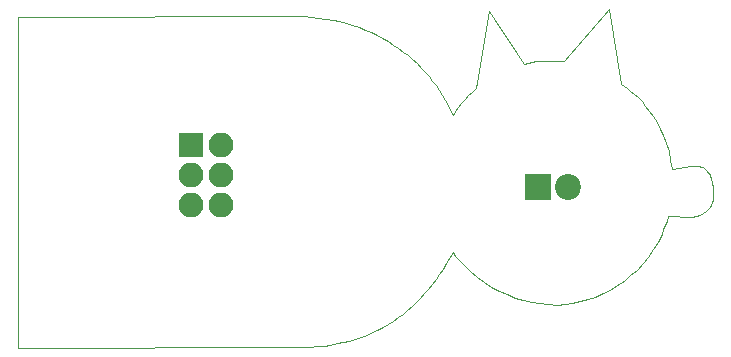
<source format=gbr>
G04 This is an RS-274x file exported by *
G04 gerbv version 2.6A *
G04 More information is available about gerbv at *
G04 http://gerbv.geda-project.org/ *
G04 --End of header info--*
%MOIN*%
%FSLAX34Y34*%
%IPPOS*%
G04 --Define apertures--*
%ADD10C,0.0039*%
%ADD11R,0.0866X0.0866*%
%ADD12C,0.0866*%
%ADD13R,0.0827X0.0827*%
%ADD14O,0.0827X0.0827*%
G04 --Start main section--*
G54D10*
G01X0033237Y-014914D02*
G01X0033215Y-014992D01*
G01X0030994Y-011770D02*
G01X0031125Y-011936D01*
G01X0033083Y-015217D02*
G01X0033011Y-015284D01*
G01X0032922Y-015345D02*
G01X0032815Y-015398D01*
G01X0032815Y-015398D02*
G01X0032687Y-015441D01*
G01X0032687Y-015441D02*
G01X0032537Y-015473D01*
G01X0031249Y-016559D02*
G01X0031081Y-016798D01*
G01X0031081Y-016798D02*
G01X0030899Y-017022D01*
G01X0031125Y-011936D02*
G01X0031252Y-012117D01*
G01X0032769Y-013780D02*
G01X0032837Y-013797D01*
G01X0033011Y-015284D02*
G01X0032922Y-015345D01*
G01X0033226Y-014335D02*
G01X0033250Y-014492D01*
G01X0030899Y-017022D02*
G01X0030702Y-017230D01*
G01X0031741Y-015449D02*
G01X0031697Y-015601D01*
G01X0032614Y-013772D02*
G01X0032695Y-013771D01*
G01X0031400Y-016304D02*
G01X0031249Y-016559D01*
G01X0031593Y-015893D02*
G01X0031533Y-016034D01*
G01X0031648Y-015749D02*
G01X0031593Y-015893D01*
G01X0030702Y-017230D02*
G01X0030494Y-017422D01*
G01X0030494Y-017422D02*
G01X0030275Y-017597D01*
G01X0031873Y-013866D02*
G01X0032527Y-013782D01*
G01X0032956Y-013857D02*
G01X0033007Y-013898D01*
G01X0031697Y-015601D02*
G01X0031648Y-015749D01*
G01X0031828Y-013562D02*
G01X0031873Y-013866D01*
G01X0029568Y-018023D02*
G01X0029321Y-018131D01*
G01X0029321Y-018131D02*
G01X0029069Y-018221D01*
G01X0033007Y-013898D02*
G01X0033053Y-013945D01*
G01X0032537Y-015473D02*
G01X0031741Y-015449D01*
G01X0033129Y-014057D02*
G01X0033160Y-014121D01*
G01X0033093Y-013998D02*
G01X0033129Y-014057D01*
G01X0033140Y-015145D02*
G01X0033083Y-015217D01*
G01X0029069Y-018221D02*
G01X0028816Y-018294D01*
G01X0028816Y-018294D02*
G01X0028561Y-018348D01*
G01X0028561Y-018348D02*
G01X0028302Y-018383D01*
G01X0031764Y-013277D02*
G01X0031828Y-013562D01*
G01X0032527Y-013782D02*
G01X0032614Y-013772D01*
G01X0033053Y-013945D02*
G01X0033093Y-013998D01*
G01X0033250Y-014492D02*
G01X0033258Y-014695D01*
G01X0033160Y-014121D02*
G01X0033186Y-014189D01*
G01X0030047Y-017756D02*
G01X0029811Y-017898D01*
G01X0033258Y-014695D02*
G01X0033250Y-014838D01*
G01X0033184Y-015069D02*
G01X0033140Y-015145D01*
G01X0030275Y-017597D02*
G01X0030047Y-017756D01*
G01X0029811Y-017898D02*
G01X0029568Y-018023D01*
G01X0030863Y-011621D02*
G01X0030994Y-011770D01*
G01X0032695Y-013771D02*
G01X0032769Y-013780D01*
G01X0030733Y-011487D02*
G01X0030863Y-011621D01*
G01X0031533Y-016034D02*
G01X0031400Y-016304D01*
G01X0031373Y-012315D02*
G01X0031487Y-012530D01*
G01X0033215Y-014992D02*
G01X0033184Y-015069D01*
G01X0031487Y-012530D02*
G01X0031592Y-012761D01*
G01X0033186Y-014189D02*
G01X0033226Y-014335D01*
G01X0031685Y-013010D02*
G01X0031764Y-013277D01*
G01X0031252Y-012117D02*
G01X0031373Y-012315D01*
G01X0031592Y-012761D02*
G01X0031685Y-013010D01*
G01X0032837Y-013797D02*
G01X0032899Y-013823D01*
G01X0032899Y-013823D02*
G01X0032956Y-013857D01*
G01X0033250Y-014838D02*
G01X0033237Y-014914D01*
G01X0020042Y-019786D02*
G01X0019813Y-019801D01*
G01X0023881Y-017714D02*
G01X0023753Y-017873D01*
G01X0019094Y-019803D02*
G01X0010079Y-019842D01*
G01X0010079Y-019842D02*
G01X0010079Y-019842D01*
G01X0027485Y-018361D02*
G01X0027207Y-018313D01*
G01X0028035Y-018396D02*
G01X0027762Y-018389D01*
G01X0023753Y-017873D02*
G01X0023620Y-018026D01*
G01X0021881Y-019318D02*
G01X0021696Y-019398D01*
G01X0024354Y-017027D02*
G01X0024242Y-017207D01*
G01X0027207Y-018313D02*
G01X0026928Y-018247D01*
G01X0019813Y-019801D02*
G01X0019579Y-019810D01*
G01X0025853Y-017801D02*
G01X0025604Y-017647D01*
G01X0022238Y-019139D02*
G01X0022062Y-019232D01*
G01X0025604Y-017647D02*
G01X0025366Y-017478D01*
G01X0022576Y-018935D02*
G01X0022409Y-019040D01*
G01X0021312Y-019537D02*
G01X0021112Y-019596D01*
G01X0026652Y-018162D02*
G01X0026379Y-018059D01*
G01X0022738Y-018823D02*
G01X0022576Y-018935D01*
G01X0021112Y-019596D02*
G01X0020908Y-019649D01*
G01X0024651Y-016769D02*
G01X0024567Y-016654D01*
G01X0025141Y-017293D02*
G01X0024932Y-017094D01*
G01X0020699Y-019694D02*
G01X0020485Y-019732D01*
G01X0020485Y-019732D02*
G01X0020266Y-019762D01*
G01X0024567Y-016654D02*
G01X0024354Y-017027D01*
G01X0024242Y-017207D02*
G01X0024125Y-017381D01*
G01X0022896Y-018705D02*
G01X0022738Y-018823D01*
G01X0022409Y-019040D02*
G01X0022238Y-019139D01*
G01X0020908Y-019649D02*
G01X0020699Y-019694D01*
G01X0020266Y-019762D02*
G01X0020042Y-019786D01*
G01X0019579Y-019810D02*
G01X0019339Y-019810D01*
G01X0019339Y-019810D02*
G01X0019094Y-019803D01*
G01X0027762Y-018389D02*
G01X0027485Y-018361D01*
G01X0024740Y-016880D02*
G01X0024651Y-016769D01*
G01X0024005Y-017550D02*
G01X0023881Y-017714D01*
G01X0022062Y-019232D02*
G01X0021881Y-019318D01*
G01X0024125Y-017381D02*
G01X0024005Y-017550D01*
G01X0023484Y-018173D02*
G01X0023343Y-018315D01*
G01X0023343Y-018315D02*
G01X0023199Y-018451D01*
G01X0026928Y-018247D02*
G01X0026652Y-018162D01*
G01X0026379Y-018059D02*
G01X0026112Y-017938D01*
G01X0025366Y-017478D02*
G01X0025141Y-017293D01*
G01X0024932Y-017094D02*
G01X0024740Y-016880D01*
G01X0023620Y-018026D02*
G01X0023484Y-018173D01*
G01X0023199Y-018451D02*
G01X0023049Y-018581D01*
G01X0028302Y-018383D02*
G01X0028035Y-018396D01*
G01X0026112Y-017938D02*
G01X0025853Y-017801D01*
G01X0023049Y-018581D02*
G01X0022896Y-018705D01*
G01X0021696Y-019398D02*
G01X0021506Y-019471D01*
G01X0021506Y-019471D02*
G01X0021312Y-019537D01*
G01X0024720Y-011857D02*
G01X0024888Y-011642D01*
G01X0022743Y-009847D02*
G01X0022907Y-009968D01*
G01X0022398Y-009620D02*
G01X0022574Y-009731D01*
G01X0022217Y-009515D02*
G01X0022398Y-009620D01*
G01X0024003Y-011095D02*
G01X0024113Y-011252D01*
G01X0024216Y-011411D02*
G01X0024313Y-011572D01*
G01X0021010Y-009017D02*
G01X0021225Y-009082D01*
G01X0020332Y-008865D02*
G01X0020563Y-008907D01*
G01X0010079Y-019842D02*
G01X0010079Y-008819D01*
G01X0022907Y-009968D02*
G01X0023065Y-010095D01*
G01X0024113Y-011252D02*
G01X0024216Y-011411D01*
G01X0022574Y-009731D02*
G01X0022743Y-009847D01*
G01X0024313Y-011572D02*
G01X0024404Y-011736D01*
G01X0024566Y-012068D02*
G01X0024720Y-011857D01*
G01X0023217Y-010226D02*
G01X0023364Y-010361D01*
G01X0021837Y-009322D02*
G01X0022030Y-009415D01*
G01X0021434Y-009155D02*
G01X0021638Y-009235D01*
G01X0024404Y-011736D02*
G01X0024488Y-011901D01*
G01X0023364Y-010361D02*
G01X0023504Y-010501D01*
G01X0024888Y-011642D02*
G01X0024985Y-011532D01*
G01X0021225Y-009082D02*
G01X0021434Y-009155D01*
G01X0010079Y-008819D02*
G01X0019094Y-008780D01*
G01X0023504Y-010501D02*
G01X0023638Y-010644D01*
G01X0025354Y-011181D02*
G01X0025787Y-008622D01*
G01X0025787Y-008622D02*
G01X0026945Y-010376D01*
G01X0020789Y-008958D02*
G01X0021010Y-009017D01*
G01X0026945Y-010376D02*
G01X0027079Y-010341D01*
G01X0027079Y-010341D02*
G01X0027215Y-010315D01*
G01X0025092Y-011419D02*
G01X0025215Y-011302D01*
G01X0027215Y-010315D02*
G01X0027358Y-010295D01*
G01X0027675Y-010274D02*
G01X0027855Y-010274D01*
G01X0021638Y-009235D02*
G01X0021837Y-009322D01*
G01X0027855Y-010274D02*
G01X0028277Y-010290D01*
G01X0028277Y-010290D02*
G01X0029764Y-008543D01*
G01X0029764Y-008543D02*
G01X0030175Y-011034D01*
G01X0023065Y-010095D02*
G01X0023217Y-010226D01*
G01X0024488Y-011901D02*
G01X0024566Y-012068D01*
G01X0023888Y-010942D02*
G01X0024003Y-011095D01*
G01X0019352Y-008779D02*
G01X0019605Y-008787D01*
G01X0030175Y-011034D02*
G01X0030372Y-011173D01*
G01X0019853Y-008804D02*
G01X0020095Y-008830D01*
G01X0019094Y-008780D02*
G01X0019352Y-008779D01*
G01X0020095Y-008830D02*
G01X0020332Y-008865D01*
G01X0020563Y-008907D02*
G01X0020789Y-008958D01*
G01X0022030Y-009415D02*
G01X0022217Y-009515D01*
G01X0023766Y-010791D02*
G01X0023888Y-010942D01*
G01X0024985Y-011532D02*
G01X0025092Y-011419D01*
G01X0027358Y-010295D02*
G01X0027510Y-010281D01*
G01X0030372Y-011173D02*
G01X0030485Y-011263D01*
G01X0027510Y-010281D02*
G01X0027675Y-010274D01*
G01X0030485Y-011263D02*
G01X0030607Y-011367D01*
G01X0030607Y-011367D02*
G01X0030733Y-011487D01*
G01X0025215Y-011302D02*
G01X0025354Y-011181D01*
G01X0019605Y-008787D02*
G01X0019853Y-008804D01*
G01X0023638Y-010644D02*
G01X0023766Y-010791D01*
G54D11*
G01X0027402Y-014488D03*
G54D12*
G01X0028402Y-014488D03*
G54D13*
G01X0015846Y-013091D03*
G54D14*
G01X0016846Y-013091D03*
G01X0015846Y-014091D03*
G01X0016846Y-014091D03*
G01X0015846Y-015091D03*
G01X0016846Y-015091D03*
M02*

</source>
